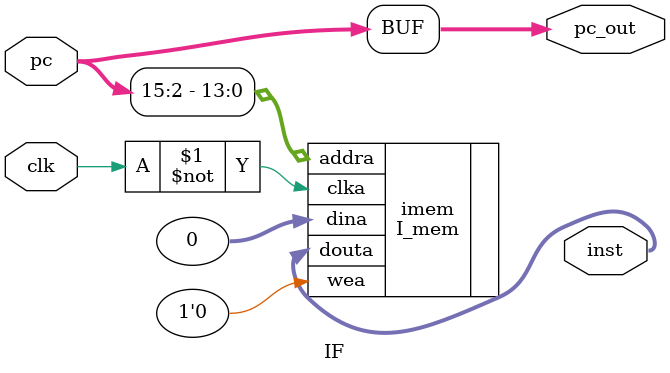
<source format=v>
module IF(
    input clk,
    input [31:0] pc,
    output wire [31:0] inst,
    output reg [31:0] pc_out
);
    // determine the inst
    I_mem imem(
        .clka(~clk),
        .wea(1'b0),
        .addra(pc[15:2]),
        .dina(32'b0),
        .douta(inst)
    );

    // determine the pc_out
    always @(*) begin
        pc_out <= pc;
    end
endmodule

</source>
